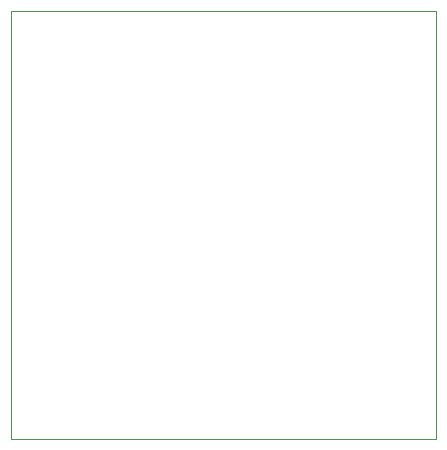
<source format=gbr>
%TF.GenerationSoftware,KiCad,Pcbnew,8.0.3*%
%TF.CreationDate,2024-10-28T17:10:34-04:00*%
%TF.ProjectId,PatchAntennaBreakout,50617463-6841-46e7-9465-6e6e61427265,rev?*%
%TF.SameCoordinates,Original*%
%TF.FileFunction,Profile,NP*%
%FSLAX46Y46*%
G04 Gerber Fmt 4.6, Leading zero omitted, Abs format (unit mm)*
G04 Created by KiCad (PCBNEW 8.0.3) date 2024-10-28 17:10:34*
%MOMM*%
%LPD*%
G01*
G04 APERTURE LIST*
%TA.AperFunction,Profile*%
%ADD10C,0.050000*%
%TD*%
G04 APERTURE END LIST*
D10*
X119000000Y-68000000D02*
X155000000Y-68000000D01*
X155000000Y-104250000D01*
X119000000Y-104250000D01*
X119000000Y-68000000D01*
M02*

</source>
